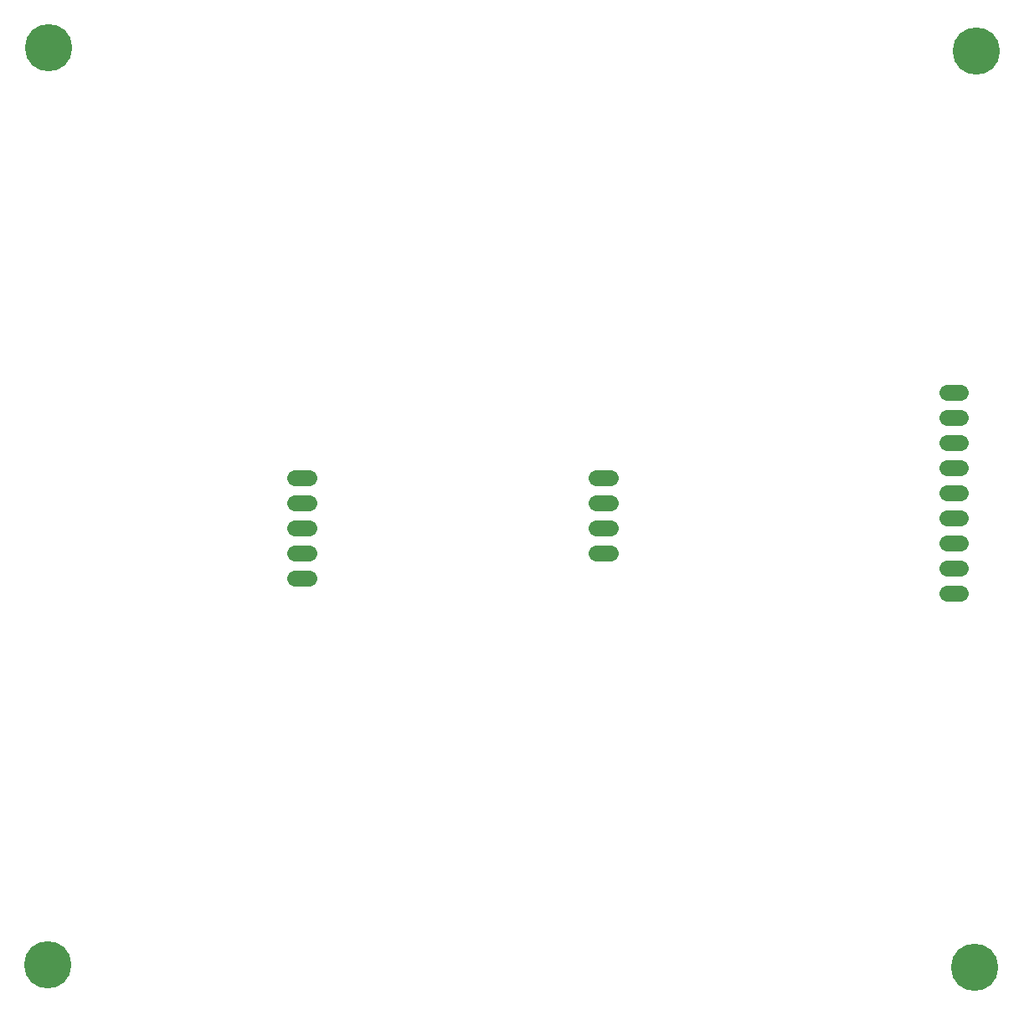
<source format=gbr>
G04 EAGLE Gerber RS-274X export*
G75*
%MOMM*%
%FSLAX34Y34*%
%LPD*%
%INSoldermask Top*%
%IPPOS*%
%AMOC8*
5,1,8,0,0,1.08239X$1,22.5*%
G01*
%ADD10C,4.775200*%
%ADD11C,1.611200*%


D10*
X25400Y27940D03*
X26035Y955675D03*
X963930Y952500D03*
X962660Y25400D03*
D11*
X288980Y520700D02*
X274900Y520700D01*
X274900Y495300D02*
X288980Y495300D01*
X288980Y469900D02*
X274900Y469900D01*
X274900Y444500D02*
X288980Y444500D01*
X288980Y419100D02*
X274900Y419100D01*
X579700Y444500D02*
X593780Y444500D01*
X593780Y520700D02*
X579700Y520700D01*
X579700Y495300D02*
X593780Y495300D01*
X593780Y469900D02*
X579700Y469900D01*
X934030Y607060D02*
X948110Y607060D01*
X948110Y581660D02*
X934030Y581660D01*
X934030Y556260D02*
X948110Y556260D01*
X948110Y530860D02*
X934030Y530860D01*
X934030Y505460D02*
X948110Y505460D01*
X948110Y480060D02*
X934030Y480060D01*
X934030Y454660D02*
X948110Y454660D01*
X948110Y429260D02*
X934030Y429260D01*
X934030Y403860D02*
X948110Y403860D01*
M02*

</source>
